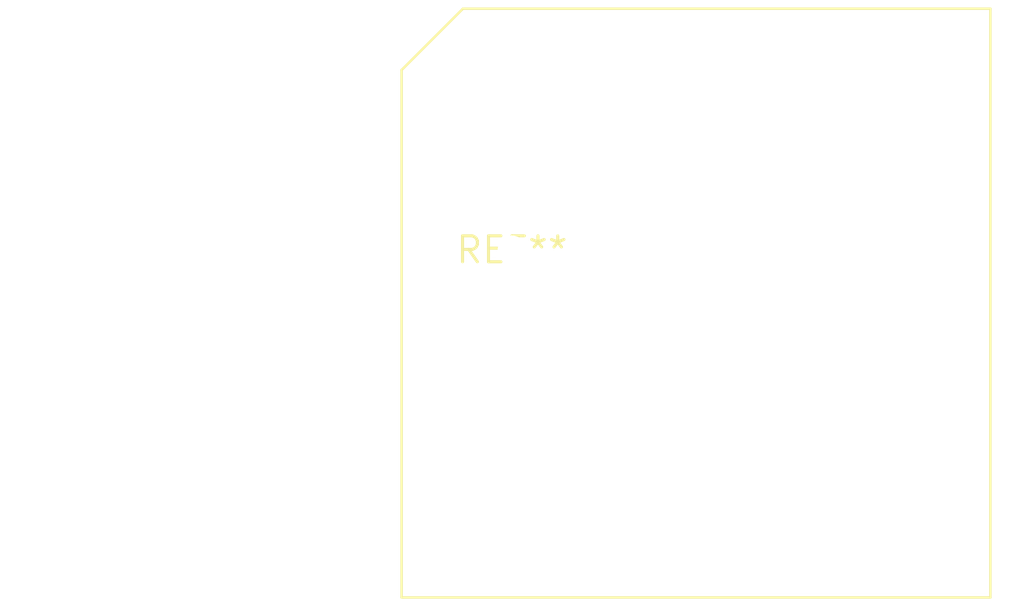
<source format=kicad_pcb>
(kicad_pcb (version 20240108) (generator pcbnew)
  (layers (0 "F.Cu" signal) (31 "B.Cu" signal) (34 "B.Paste" user) (35 "F.Paste" user) (36 "B.SilkS" user "B.Silkscreen") (37 "F.SilkS" user "F.Silkscreen") (38 "B.Mask" user) (39 "F.Mask" user) (44 "Edge.Cuts" user))
  (net 0 "")
  (footprint "Diode_Bridge_28.6x28.6x7.3mm_P18.0mm_P11.6mm" (layer "F.Cu") (at 0 0)
    (property "Reference" "REF**")
    (property "Value" "Diode_Bridge_28.6x28.6x7.3mm_P18.0mm_P11.6mm")
    (fp_line (start -5.4 -8.8) (end -5.4 17) (layer "F.SilkS") (stroke (width 0.12)))
    (fp_line (start -5.4 17) (end 23.4 17) (layer "F.SilkS") (stroke (width 0.12)))
    (fp_line (start -2.4 -11.8) (end -5.4 -8.8) (layer "F.SilkS") (stroke (width 0.12)))
    (fp_line (start 23.4 -11.8) (end -2.4 -11.8) (layer "F.SilkS") (stroke (width 0.12)))
    (fp_line (start 23.4 17) (end 23.4 -11.8) (layer "F.SilkS") (stroke (width 0.12)))
    (pad "1" thru_hole rect (at 0 0 180) (size 2.8 2.8) (drill 1.4) (layers *.Cu *.Mask) (remove_unused_layers))
    (pad "2" thru_hole circle (at 0 11.6 180) (size 2.8 2.8) (drill 1.4) (layers *.Cu *.Mask) (remove_unused_layers))
    (pad "3" thru_hole circle (at 18 11.6 180) (size 2.8 2.8) (drill 1.4) (layers *.Cu *.Mask) (remove_unused_layers))
    (pad "4" thru_hole circle (at 18 -6.4 180) (size 2.8 2.8) (drill 1.4) (layers *.Cu *.Mask) (remove_unused_layers))
  )
)
</source>
